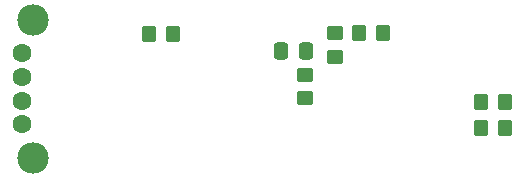
<source format=gbr>
%TF.GenerationSoftware,KiCad,Pcbnew,6.0.2+dfsg-1*%
%TF.CreationDate,2023-01-31T13:28:28-05:00*%
%TF.ProjectId,qwiic-interface,71776969-632d-4696-9e74-657266616365,1.0*%
%TF.SameCoordinates,Original*%
%TF.FileFunction,Soldermask,Bot*%
%TF.FilePolarity,Negative*%
%FSLAX46Y46*%
G04 Gerber Fmt 4.6, Leading zero omitted, Abs format (unit mm)*
G04 Created by KiCad (PCBNEW 6.0.2+dfsg-1) date 2023-01-31 13:28:28*
%MOMM*%
%LPD*%
G01*
G04 APERTURE LIST*
G04 Aperture macros list*
%AMRoundRect*
0 Rectangle with rounded corners*
0 $1 Rounding radius*
0 $2 $3 $4 $5 $6 $7 $8 $9 X,Y pos of 4 corners*
0 Add a 4 corners polygon primitive as box body*
4,1,4,$2,$3,$4,$5,$6,$7,$8,$9,$2,$3,0*
0 Add four circle primitives for the rounded corners*
1,1,$1+$1,$2,$3*
1,1,$1+$1,$4,$5*
1,1,$1+$1,$6,$7*
1,1,$1+$1,$8,$9*
0 Add four rect primitives between the rounded corners*
20,1,$1+$1,$2,$3,$4,$5,0*
20,1,$1+$1,$4,$5,$6,$7,0*
20,1,$1+$1,$6,$7,$8,$9,0*
20,1,$1+$1,$8,$9,$2,$3,0*%
G04 Aperture macros list end*
%ADD10C,1.600200*%
%ADD11C,2.667000*%
%ADD12RoundRect,0.250000X-0.450000X0.350000X-0.450000X-0.350000X0.450000X-0.350000X0.450000X0.350000X0*%
%ADD13RoundRect,0.250000X-0.337500X-0.475000X0.337500X-0.475000X0.337500X0.475000X-0.337500X0.475000X0*%
%ADD14RoundRect,0.250000X0.350000X0.450000X-0.350000X0.450000X-0.350000X-0.450000X0.350000X-0.450000X0*%
G04 APERTURE END LIST*
D10*
%TO.C,J1*%
X116222800Y-65010001D03*
X116222800Y-67010000D03*
X116222800Y-69010001D03*
X116222800Y-71009999D03*
D11*
X117122801Y-62159999D03*
X117122801Y-73860001D03*
%TD*%
D12*
%TO.C,R6*%
X142700000Y-63300000D03*
X142700000Y-65300000D03*
%TD*%
D13*
%TO.C,C3*%
X138162500Y-64800000D03*
X140237500Y-64800000D03*
%TD*%
D14*
%TO.C,R8*%
X157100000Y-69100000D03*
X155100000Y-69100000D03*
%TD*%
%TO.C,R5*%
X146800000Y-63300000D03*
X144800000Y-63300000D03*
%TD*%
%TO.C,R3*%
X129000000Y-63400000D03*
X127000000Y-63400000D03*
%TD*%
D12*
%TO.C,R4*%
X140200000Y-66800000D03*
X140200000Y-68800000D03*
%TD*%
D14*
%TO.C,R7*%
X157100000Y-71300000D03*
X155100000Y-71300000D03*
%TD*%
M02*

</source>
